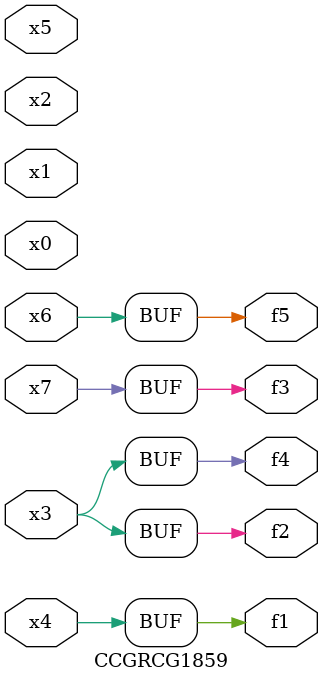
<source format=v>
module CCGRCG1859(
	input x0, x1, x2, x3, x4, x5, x6, x7,
	output f1, f2, f3, f4, f5
);
	assign f1 = x4;
	assign f2 = x3;
	assign f3 = x7;
	assign f4 = x3;
	assign f5 = x6;
endmodule

</source>
